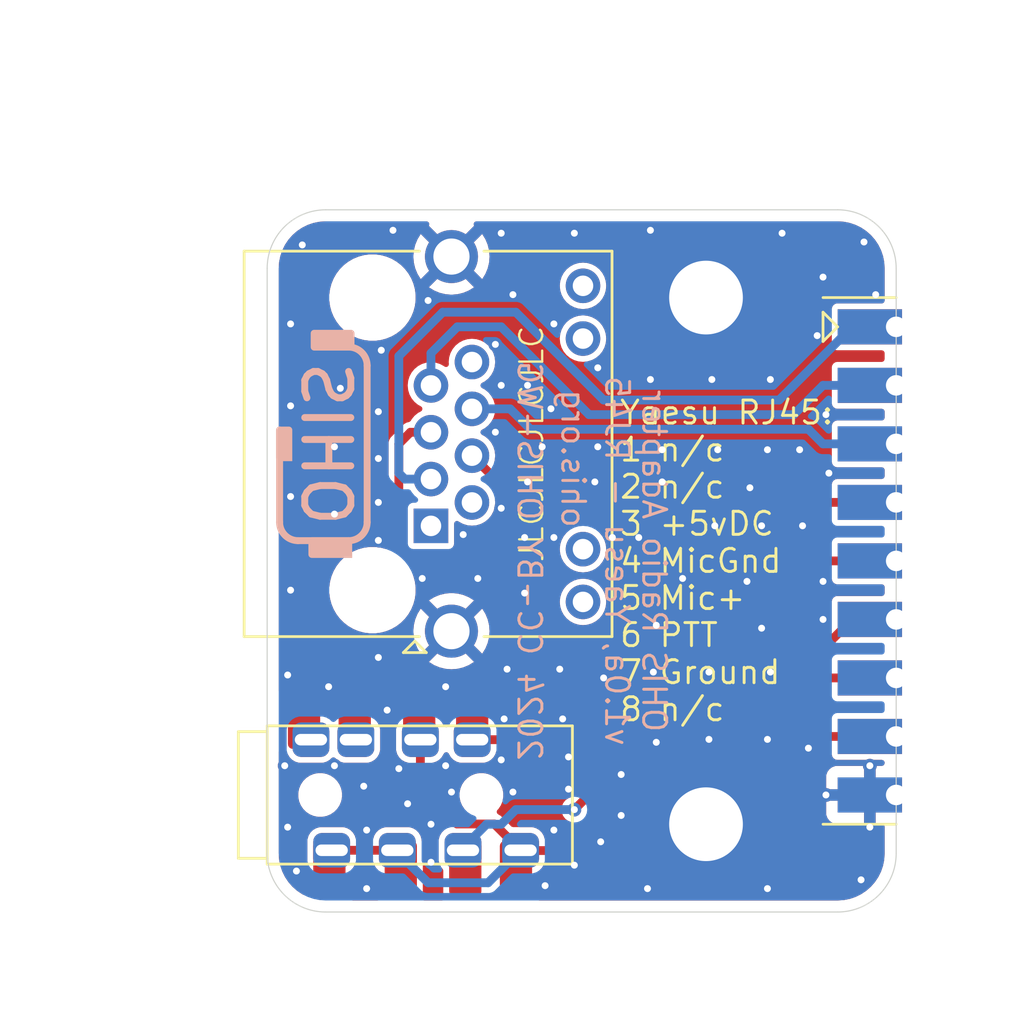
<source format=kicad_pcb>
(kicad_pcb (version 20240108) (generator "pcbnew") (generator_version "8.0")
  (layers (0 "F.Cu" signal) (31 "B.Cu" signal) (34 "B.Paste" user) (35 "F.Paste" user) (36 "B.SilkS" user "B.Silkscreen") (37 "F.SilkS" user "F.Silkscreen") (38 "B.Mask" user) (39 "F.Mask" user) (44 "Edge.Cuts" user))
  (net 0 "")
  (net 1 "Shield")
  (net 2 "+5v 10mA")
  (net 3 "Mic Gnd")
  (net 4 "~{PTT}")
  (net 5 "Power Gnd")
  (net 7 "Fast")
  (net 8 "Down")
  (net 10 "Up")
  (net 11 "Mic+")
  (net 14 "HP Right")
  (net 15 "HP Left")
  (net 16 "HP Gnd")
  (footprint "Libraries:Conn_B2B-RA_2.54mm_Castelated_9pin_RtoL" (layer "F.Cu") (at 90.805 78.74 90)
    (property "Reference" "J2" (hide yes))
    (property "Value" "Base Board")
    (fp_line (start 10.795 -3.175) (end 9.525 -3.175) (stroke (width 0.12)) (layer "F.SilkS"))
    (fp_line (start 9.525 -3.175) (end 10.16 -2.54) (stroke (width 0.12)) (layer "F.SilkS"))
    (fp_line (start 10.16 -2.54) (end 10.795 -3.175) (stroke (width 0.12)) (layer "F.SilkS"))
    (fp_line (start 11.43 0) (end 11.43 -3.175) (stroke (width 0.12)) (layer "F.SilkS"))
    (fp_line (start -11.43 0) (end -11.43 -3.175) (stroke (width 0.12)) (layer "F.SilkS"))
    (pad "1" thru_hole rect (at 10.16 0 90) (size 1.524 2.794) (drill 0.889 (offset 0 -1.143)) (layers "*.Cu" "*.Mask") (net 2 "+5v 10mA"))
    (pad "2" thru_hole rect (at 7.62 0 90) (size 1.524 2.794) (drill 0.889 (offset 0 -1.143)) (layers "*.Cu" "*.Mask") (net 5 "Power Gnd"))
    (pad "3" thru_hole rect (at 5.08 0 90) (size 1.524 2.794) (drill 0.889 (offset 0 -1.143)) (layers "*.Cu" "*.Mask") (net 4 "~{PTT}"))
    (pad "4" thru_hole rect (at 2.54 0 90) (size 1.524 2.794) (drill 0.889 (offset 0 -1.143)) (layers "*.Cu" "*.Mask") (net 3 "Mic Gnd"))
    (pad "5" thru_hole rect (at 0 0 90) (size 1.524 2.794) (drill 0.889 (offset 0 -1.143)) (layers "*.Cu" "*.Mask") (net 11 "Mic+"))
    (pad "6" thru_hole rect (at -2.54 0 90) (size 1.524 2.794) (drill 0.889 (offset 0 -1.143)) (layers "*.Cu" "*.Mask") (net 15 "HP Left"))
    (pad "7" thru_hole rect (at -5.08 0 90) (size 1.524 2.794) (drill 0.889 (offset 0 -1.143)) (layers "*.Cu" "*.Mask") (net 14 "HP Right"))
    (pad "8" thru_hole rect (at -7.62 0 90) (size 1.524 2.794) (drill 0.889 (offset 0 -1.143)) (layers "*.Cu" "*.Mask") (net 16 "HP Gnd"))
    (pad "9" thru_hole rect (at -10.16 0 90) (size 1.524 2.794) (drill 0.889 (offset 0 -1.143)) (layers "*.Cu" "*.Mask") (net 1 "Shield"))
  )
  (footprint "MountingHole:MountingHole_3.2mm_M3_Pad" (layer "F.Cu") (at 82.55 90.17)
    (property "Reference" "H2" (hide yes))
    (property "Value" "MountingHole_Pad")
    (pad "1" thru_hole circle (at 0 0) (size 6.4 6.4) (drill 3.2) (layers "*.Cu" "*.Mask") (net 1 "Shield"))
  )
  (footprint "MountingHole:MountingHole_3.2mm_M3_Pad" (layer "F.Cu") (at 82.55 67.31)
    (property "Reference" "H1" (hide yes))
    (property "Value" "MountingHole_Pad")
    (pad "1" thru_hole circle (at 0 0) (size 6.4 6.4) (drill 3.2) (layers "*.Cu" "*.Mask") (net 1 "Shield"))
  )
  (footprint "Connector_RJ:RJ45_Amphenol_RJHSE538X" (layer "F.Cu") (at 70.61 77.22 90)
    (property "Reference" "J1" (hide yes))
    (property "Value" "Mic Input")
    (fp_line (start 11.925 -8.11) (end 11.925 -0.5) (stroke (width 0.12)) (layer "F.SilkS"))
    (fp_line (start -4.805 -8.11) (end 11.925 -8.11) (stroke (width 0.12)) (layer "F.SilkS"))
    (fp_line (start -4.805 -8.11) (end -4.805 -0.5) (stroke (width 0.12)) (layer "F.SilkS"))
    (fp_line (start -5.5 -1.2) (end -5 -0.7) (stroke (width 0.12)) (layer "F.SilkS"))
    (fp_line (start -5 -0.7) (end -5.5 -0.2) (stroke (width 0.12)) (layer "F.SilkS"))
    (fp_line (start -5.5 -0.2) (end -5.5 -1.2) (stroke (width 0.12)) (layer "F.SilkS"))
    (fp_line (start 11.925 7.86) (end 11.925 2.3) (stroke (width 0.12)) (layer "F.SilkS"))
    (fp_line (start -4.805 7.86) (end -4.805 2.3) (stroke (width 0.12)) (layer "F.SilkS"))
    (fp_line (start -4.805 7.86) (end 11.925 7.86) (stroke (width 0.12)) (layer "F.SilkS"))
    (pad "" np_thru_hole circle (at -2.79 -2.54 90) (size 3.25 3.25) (drill 3.25) (layers "*.Cu" "*.Mask"))
    (pad "" np_thru_hole circle (at 9.91 -2.54 90) (size 3.25 3.25) (drill 3.25) (layers "*.Cu" "*.Mask"))
    (pad "1" thru_hole rect (at 0 0 90) (size 1.5 1.5) (drill 0.89) (layers "*.Cu" "*.Mask") (net 8 "Down"))
    (pad "2" thru_hole circle (at 1.016 1.78 90) (size 1.5 1.5) (drill 0.89) (layers "*.Cu" "*.Mask") (net 10 "Up"))
    (pad "3" thru_hole circle (at 2.032 0 90) (size 1.5 1.5) (drill 0.89) (layers "*.Cu" "*.Mask") (net 2 "+5v 10mA"))
    (pad "4" thru_hole circle (at 3.048 1.78 90) (size 1.5 1.5) (drill 0.89) (layers "*.Cu" "*.Mask") (net 3 "Mic Gnd"))
    (pad "5" thru_hole circle (at 4.064 0 90) (size 1.5 1.5) (drill 0.89) (layers "*.Cu" "*.Mask") (net 11 "Mic+"))
    (pad "6" thru_hole circle (at 5.08 1.78 90) (size 1.5 1.5) (drill 0.89) (layers "*.Cu" "*.Mask") (net 4 "~{PTT}"))
    (pad "7" thru_hole circle (at 6.096 0 90) (size 1.5 1.5) (drill 0.89) (layers "*.Cu" "*.Mask") (net 5 "Power Gnd"))
    (pad "8" thru_hole circle (at 7.112 1.78 90) (size 1.5 1.5) (drill 0.89) (layers "*.Cu" "*.Mask") (net 7 "Fast"))
    (pad "9" thru_hole circle (at -3.3 6.6 90) (size 1.5 1.5) (drill 0.89) (layers "*.Cu" "*.Mask"))
    (pad "10" thru_hole circle (at -1.01 6.6 90) (size 1.5 1.5) (drill 0.89) (layers "*.Cu" "*.Mask"))
    (pad "11" thru_hole circle (at 8.13 6.6 90) (size 1.5 1.5) (drill 0.89) (layers "*.Cu" "*.Mask"))
    (pad "12" thru_hole circle (at 10.42 6.6 90) (size 1.5 1.5) (drill 0.89) (layers "*.Cu" "*.Mask"))
    (pad "SH" thru_hole circle (at -4.57 0.89 90) (size 2.3 2.3) (drill 1.57) (layers "*.Cu" "*.Mask") (net 1 "Shield"))
    (pad "SH" thru_hole circle (at 11.69 0.89 90) (size 2.3 2.3) (drill 1.57) (layers "*.Cu" "*.Mask") (net 1 "Shield"))
  )
  (footprint "Libraries:Conn_3.5mm-PJ-393_SMT-C668609_TH-C145811" (layer "F.Cu") (at 63.5 88.9 -90)
    (property "Reference" "J3" (hide yes))
    (property "Value" "Headphone/Speaker Input")
    (fp_line (start -2.75 1.25) (end 2.75 1.25) (stroke (width 0.12)) (layer "F.SilkS"))
    (fp_line (start 2.75 1.25) (end 2.75 0) (stroke (width 0.12)) (layer "F.SilkS"))
    (fp_line (start -3 0) (end 3 0) (stroke (width 0.12)) (layer "F.SilkS"))
    (fp_line (start -2.75 0) (end -2.75 1.25) (stroke (width 0.12)) (layer "F.SilkS"))
    (fp_line (start 3 0) (end 3 -13.25) (stroke (width 0.12)) (layer "F.SilkS"))
    (fp_line (start -3 -13.25) (end -3 0) (stroke (width 0.12)) (layer "F.SilkS"))
    (fp_line (start 3 -13.25) (end -3 -13.25) (stroke (width 0.12)) (layer "F.SilkS"))
    (pad "" np_thru_hole circle (at 0 -9.3 270) (size 1.2 1.2) (drill 1.4) (layers "F&B.Cu" "*.Mask"))
    (pad "" np_thru_hole circle (at 0 -2.3 270) (size 1.2 1.2) (drill 1.4) (layers "F&B.Cu" "*.Mask"))
    (pad "R1" thru_hole roundrect (at 2.4 -8.5 270) (size 1.5 1.6) (drill oval 0.5 1.4) (layers "*.Cu" "*.Mask") (net 14 "HP Right"))
    (pad "R1" smd roundrect (at 3.2 -8.6 270) (size 2.4 1.4) (layers "F.Cu" "F.Paste" "F.Mask") (roundrect_rratio 0.15) (net 14 "HP Right"))
    (pad "R1N" smd roundrect (at -3.2 -6.6 270) (size 2.4 1.4) (layers "F.Cu" "F.Paste" "F.Mask") (roundrect_rratio 0.15) (net 16 "HP Gnd"))
    (pad "R1N" thru_hole roundrect (at -2.4 -6.65 270) (size 1.5 1.6) (drill oval 0.5 1.4) (layers "*.Cu" "*.Mask") (net 16 "HP Gnd"))
    (pad "R2" thru_hole roundrect (at 2.4 -5.65 270) (size 1.5 1.6) (drill oval 0.5 1.4) (layers "*.Cu" "*.Mask") (net 16 "HP Gnd"))
    (pad "R2" smd roundrect (at 3.2 -5.8 270) (size 2.4 1.4) (layers "F.Cu" "F.Paste" "F.Mask") (roundrect_rratio 0.15) (net 16 "HP Gnd"))
    (pad "R2N" smd roundrect (at -3.2 -3.8 270) (size 2.4 1.4) (layers "F.Cu" "F.Paste" "F.Mask") (roundrect_rratio 0.15))
    (pad "R2N" thru_hole roundrect (at -2.4 -3.85 270) (size 1.5 1.6) (drill oval 0.5 1.4) (layers "*.Cu" "*.Mask"))
    (pad "S" thru_hole roundrect (at 2.4 -2.8 270) (size 1.5 1.6) (drill oval 0.5 1.4) (layers "*.Cu" "*.Mask") (net 16 "HP Gnd"))
    (pad "S" smd roundrect (at 3.2 -2.7 270) (size 2.4 1.4) (layers "F.Cu" "F.Paste" "F.Mask") (roundrect_rratio 0.15) (net 16 "HP Gnd"))
    (pad "SN" smd roundrect (at -3.2 -1.6 270) (size 2.4 1.4) (layers "F.Cu" "F.Paste" "F.Mask") (roundrect_rratio 0.15))
    (pad "SN" thru_hole roundrect (at -2.4 -1.9 270) (size 1.5 1.6) (drill oval 0.5 1.4) (layers "*.Cu" "*.Mask"))
    (pad "T" smd roundrect (at -3.2 -8.9 270) (size 2.4 1.4) (layers "F.Cu" "F.Paste" "F.Mask") (roundrect_rratio 0.15) (net 15 "HP Left"))
    (pad "T" thru_hole roundrect (at -2.4 -8.9 270) (size 1.5 1.6) (drill oval 0.5 1.4) (layers "*.Cu" "*.Mask") (net 15 "HP Left"))
    (pad "TN" thru_hole roundrect (at 2.4 -11 270) (size 1.5 1.6) (drill oval 0.5 1.4) (layers "*.Cu" "*.Mask") (net 16 "HP Gnd"))
    (pad "TN" smd roundrect (at 3.2 -10.8 270) (size 2.4 1.4) (layers "F.Cu" "F.Paste" "F.Mask") (roundrect_rratio 0.15) (net 16 "HP Gnd"))
  )
  (footprint "OHIS:Logo_OHIS_Medium" (layer "B.Cu") (at 66.04 73.66 90)
    (property "Reference" "G1" (hide yes))
    (property "Value" "Logo_OHIS" (hide yes))
    (fp_line (start -3.400001 -2) (end 0.6 -2) (stroke (width 0.3)) (layer "B.SilkS"))
    (fp_line (start -4.2 1) (end -4.200001 -1.2) (stroke (width 0.3)) (layer "B.SilkS"))
    (fp_line (start -3.4 1.8) (end 3.4 1.8) (stroke (width 0.3)) (layer "B.SilkS"))
    (fp_rect (start -0.6 -1.6) (end 0.6 -2) (stroke (width 0.3)) (fill solid) (layer "B.SilkS"))
    (fp_rect (start -4.8 1) (end -4.2 -0.6) (stroke (width 0.3)) (fill solid) (layer "B.SilkS"))
    (fp_rect (start 4.2 1.1) (end 4.8 -0.5) (stroke (width 0.3)) (fill solid) (layer "B.SilkS"))
    (fp_arc (start -4.200001 -1.2) (mid -3.965686 -1.765685) (end -3.400001 -2) (stroke (width 0.3)) (layer "B.SilkS"))
    (fp_arc (start 4.2 1) (mid 3.965685 1.565685) (end 3.4 1.8) (stroke (width 0.3)) (layer "B.SilkS"))
    (fp_arc (start -3.4 1.8) (mid -3.965685 1.565685) (end -4.2 1) (stroke (width 0.3)) (layer "B.SilkS"))
    (fp_text user "OHIS" (at 0 0 -90) (layer "B.SilkS") (effects (font (size 2 2) (thickness 0.3)) (justify mirror)))
  )
  (gr_arc (start 63.5 66.04) (mid 64.243949 64.243949) (end 66.04 63.5) (stroke (width 0.05)) (layer "Edge.Cuts"))
  (gr_line (start 90.805 66.04) (end 90.805 91.44) (stroke (width 0.05)) (layer "Edge.Cuts"))
  (gr_line (start 63.5 91.44) (end 63.5 66.04) (stroke (width 0.05)) (layer "Edge.Cuts"))
  (gr_arc (start 88.265 63.5) (mid 90.061051 64.243949) (end 90.805 66.04) (stroke (width 0.05)) (layer "Edge.Cuts"))
  (gr_line (start 66.04 63.5) (end 88.265 63.5) (stroke (width 0.05)) (layer "Edge.Cuts"))
  (gr_arc (start 66.04 93.98) (mid 64.243949 93.236051) (end 63.5 91.44) (stroke (width 0.05)) (layer "Edge.Cuts"))
  (gr_arc (start 90.805 91.44) (mid 90.061051 93.236051) (end 88.265 93.98) (stroke (width 0.05)) (layer "Edge.Cuts"))
  (gr_line (start 88.265 93.98) (end 66.04 93.98) (stroke (width 0.05)) (layer "Edge.Cuts"))
  (gr_text "ohis.org" (at 76.2 74.295 270) (layer "B.SilkS") (effects (font (size 1 1) (thickness 0.127)) (justify bottom mirror)))
  (gr_text "OHIS Radio Adapter\nv1.0a, Yaesu - RJ45\n" (at 78.105 78.74 270) (layer "B.SilkS") (effects (font (size 1 1) (thickness 0.127)) (justify bottom mirror)))
  (gr_text "2024 CC-BY OHIS-WG" (at 74.295 78.74 270) (layer "B.SilkS") (effects (font (size 1 1) (thickness 0.127)) (justify bottom mirror)))
  (gr_text "JLCJLCJLCJLC" (at 75.565 73.66 -270) (layer "F.SilkS") (effects (font (size 1 1) (thickness 0.1)) (justify bottom)))
  (gr_text "Yaesu RJ45:\n1 n/c\n2 n/c\n3 +5vDC\n4 MicGnd\n5 Mic+\n6 PTT\n7 Ground\n8 n/c" (at 78.74 78.74 0) (layer "F.SilkS") (effects (font (size 1 1) (thickness 0.127)) (justify left)))
  (via (at 80.645 73.914) (size 0.6) (drill 0.3) (layers "F.Cu" "B.Cu") (net 1))
  (via (at 75.946 77.724) (size 0.6) (drill 0.3) (layers "F.Cu" "B.Cu") (net 1))
  (via (at 87.884 74.93) (size 0.6) (drill 0.3) (layers "F.Cu" "B.Cu") (net 1))
  (via (at 68.961 64.389) (size 0.6) (drill 0.3) (layers "F.Cu" "B.Cu") (net 1))
  (via (at 73.787 85.598) (size 0.6) (drill 0.3) (layers "F.Cu" "B.Cu") (net 1))
  (via (at 79.629 77.724) (size 0.6) (drill 0.3) (layers "F.Cu" "B.Cu") (net 1))
  (via (at 74.803 75.311) (size 0.6) (drill 0.3) (layers "F.Cu" "B.Cu") (net 1))
  (via (at 84.963 77.216) (size 0.6) (drill 0.3) (layers "F.Cu" "B.Cu") (net 1))
  (via (at 75.565 92.837) (size 0.6) (drill 0.3) (layers "F.Cu" "B.Cu") (net 1))
  (via (at 64.516 72.009) (size 0.6) (drill 0.3) (layers "F.Cu" "B.Cu") (net 1))
  (via (at 74.676 80.137) (size 0.6) (drill 0.3) (layers "F.Cu" "B.Cu") (net 1))
  (via (at 74.168 67.183) (size 0.6) (drill 0.3) (layers "F.Cu" "B.Cu") (net 1))
  (via (at 87.63 66.421) (size 0.6) (drill 0.3) (layers "F.Cu" "B.Cu") (net 1))
  (via (at 89.916 67.183) (size 0.6) (drill 0.3) (layers "F.Cu" "B.Cu") (net 1))
  (via (at 64.516 75.946) (size 0.6) (drill 0.3) (layers "F.Cu" "B.Cu") (net 1))
  (via (at 86.614 73.914) (size 0.6) (drill 0.3) (layers "F.Cu" "B.Cu") (net 1))
  (via (at 64.389 83.693) (size 0.6) (drill 0.3) (layers "F.Cu" "B.Cu") (net 1))
  (via (at 68.326 74.295) (size 0.6) (drill 0.3) (layers "F.Cu" "B.Cu") (net 1))
  (via (at 65.024 65.024) (size 0.6) (drill 0.3) (layers "F.Cu" "B.Cu") (net 1))
  (via (at 77.851 73.787) (size 0.6) (drill 0.3) (layers "F.Cu" "B.Cu") (net 1))
  (via (at 73.66 76.454) (size 0.6) (drill 0.3) (layers "F.Cu" "B.Cu") (net 1))
  (via (at 74.676 77.724) (size 0.6) (drill 0.3) (layers "F.Cu" "B.Cu") (net 1))
  (via (at 71.247 84.201) (size 0.6) (drill 0.3) (layers "F.Cu" "B.Cu") (net 1))
  (via (at 74.803 71.12) (size 0.6) (drill 0.3) (layers "F.Cu" "B.Cu") (net 1))
  (via (at 87.757 72.39) (size 0.6) (drill 0.3) (layers "F.Cu" "B.Cu") (net 1))
  (via (at 85.217 86.487) (size 0.6) (drill 0.3) (layers "F.Cu" "B.Cu") (net 1))
  (via (at 80.391 86.614) (size 0.6) (drill 0.3) (layers "F.Cu" "B.Cu") (net 1))
  (via (at 75.819 72.136) (size 0.6) (drill 0.3) (layers "F.Cu" "B.Cu") (net 1))
  (via (at 82.931 77.216) (size 0.6) (drill 0.3) (layers "F.Cu" "B.Cu") (net 1))
  (via (at 78.867 89.789) (size 0.6) (drill 0.3) (layers "F.Cu" "B.Cu") (net 1))
  (via (at 85.217 73.914) (size 0.6) (drill 0.3) (layers "F.Cu" "B.Cu") (net 1))
  (via (at 66.421 87.63) (size 0.6) (drill 0.3) (layers "F.Cu" "B.Cu") (net 1))
  (via (at 77.724 75.311) (size 0.6) (drill 0.3) (layers "F.Cu" "B.Cu") (net 1))
  (via (at 76.581 88.646) (size 0.6) (drill 0.3) (layers "F.Cu" "B.Cu") (net 1))
  (via (at 68.326 82.931) (size 0.6) (drill 0.3) (layers "F.Cu" "B.Cu") (net 1))
  (via (at 75.946 68.453) (size 0.6) (drill 0.3) (layers "F.Cu" "B.Cu") (net 1))
  (via (at 64.516 80.01) (size 0.6) (drill 0.3) (layers "F.Cu" "B.Cu") (net 1))
  (via (at 67.691 88.519) (size 0.6) (drill 0.3) (layers "F.Cu" "B.Cu") (net 1))
  (via (at 76.2 83.439) (size 0.6) (drill 0.3) (layers "F.Cu" "B.Cu") (net 1))
  (via (at 68.326 72.263) (size 0.6) (drill 0.3) (layers "F.Cu" "B.Cu") (net 1))
  (via (at 80.137 64.389) (size 0.6) (drill 0.3) (layers "F.Cu" "B.Cu") (net 1))
  (via (at 83.058 73.914) (size 0.6) (drill 0.3) (layers "F.Cu" "B.Cu") (net 1))
  (via (at 89.281 92.583) (size 0.6) (drill 0.3) (layers "F.Cu" "B.Cu") (net 1))
  (via (at 71.247 87.63) (size 0.6) (drill 0.3) (layers "F.Cu" "B.Cu") (net 1))
  (via (at 66.421 76.708) (size 0.6) (drill 0.3) (layers "F.Cu" "B.Cu") (net 1))
  (via (at 84.963 81.661) (size 0.6) (drill 0.3) (layers "F.Cu" "B.Cu") (net 1))
  (via (at 64.262 87.63) (size 0.6) (drill 0.3) (layers "F.Cu" "B.Cu") (net 1))
  (via (at 66.675 71.247) (size 0.6) (drill 0.3) (layers "F.Cu" "B.Cu") (net 1))
  (via (at 70.231 79.502) (size 0.6) (drill 0.3) (layers "F.Cu" "B.Cu") (net 1))
  (via (at 81.534 79.502) (size 0.6) (drill 0.3) (layers "F.Cu" "B.Cu") (net 1))
  (via (at 85.344 70.866) (size 0.6) (drill 0.3) (layers "F.Cu" "B.Cu") (net 1))
  (via (at 75.438 73.787) (size 0.6) (drill 0.3) (layers "F.Cu" "B.Cu") (net 1))
  (via (at 77.978 90.932) (size 0.6) (drill 0.3) (layers "F.Cu" "B.Cu") (net 1))
  (via (at 73.406 73.152) (size 0.6) (drill 0.3) (layers "F.Cu" "B.Cu") (net 1))
  (via (at 66.167 84.201) (size 0.6) (drill 0.3) (layers "F.Cu" "B.Cu") (net 1))
  (via (at 87.63 81.28) (size 0.6) (drill 0.3) (layers "F.Cu" "B.Cu") (net 1))
  (via (at 64.516 68.453) (size 0.6) (drill 0.3) (layers "F.Cu" "B.Cu") (net 1))
  (via (at 66.421 73.787) (size 0.6) (drill 0.3) (layers "F.Cu" "B.Cu") (net 1))
  (via (at 69.596 89.281) (size 0.6) (drill 0.3) (layers "F.Cu" "B.Cu") (net 1))
  (via (at 69.215 87.757) (size 0.6) (drill 0.3) (layers "F.Cu" "B.Cu") (net 1))
  (via (at 68.326 77.851) (size 0.6) (drill 0.3) (layers "F.Cu" "B.Cu") (net 1))
  (via (at 70.612 90.17) (size 0.6) (drill 0.3) (layers "F.Cu" "B.Cu") (net 1))
  (via (at 78.486 77.724) (size 0.6) (drill 0.3) (layers "F.Cu" "B.Cu") (net 1))
  (via (at 70.612 91.821) (size 0.6) (drill 0.3) (layers "F.Cu" "B.Cu") (net 1))
  (via (at 74.168 88.773) (size 0.6) (drill 0.3) (layers "F.Cu" "B.Cu") (net 1))
  (via (at 80.264 83.566) (size 0.6) (drill 0.3) (layers "F.Cu" "B.Cu") (net 1))
  (via (at 64.77 92.202) (size 0.6) (drill 0.3) (layers "F.Cu" "B.Cu") (net 1))
  (via (at 82.677 83.566) (size 0.6) (drill 0.3) (layers "F.Cu" "B.Cu") (net 1))
  (via (at 89.408 64.897) (size 0.6) (drill 0.3) (layers "F.Cu" "B.Cu") (net 1))
  (via (at 76.835 91.948) (size 0.6) (drill 0.3) (layers "F.Cu" "B.Cu") (net 1))
  (via (at 80.137 70.866) (size 0.6) (drill 0.3) (layers "F.Cu" "B.Cu") (net 1))
  (via (at 84.455 75.565) (size 0.6) (drill 0.3) (layers "F.Cu" "B.Cu") (net 1))
  (via (at 68.707 85.217) (size 0.6) (drill 0.3) (layers "F.Cu" "B.Cu") (net 1))
  (via (at 87.376 68.961) (size 0.6) (drill 0.3) (layers "F.Cu" "B.Cu") (net 1))
  (via (at 86.995 86.868) (size 0.6) (drill 0.3) (layers "F.Cu" "B.Cu") (net 1))
  (via (at 80.391 81.534) (size 0.6) (drill 0.3) (layers "F.Cu" "B.Cu") (net 1))
  (via (at 80.01 92.964) (size 0.6) (drill 0.3) (layers "F.Cu" "B.Cu") (net 1))
  (via (at 67.818 90.424) (size 0.6) (drill 0.3) (layers "F.Cu" "B.Cu") (net 1))
  (via (at 72.009 77.597) (size 0.6) (drill 0.3) (layers "F.Cu" "B.Cu") (net 1))
  (via (at 72.644 79.502) (size 0.6) (drill 0.3) (layers "F.Cu" "B.Cu") (net 1))
  (via (at 64.389 90.297) (size 0.6) (drill 0.3) (layers "F.Cu" "B.Cu") (net 1))
  (via (at 75.946 90.424) (size 0.6) (drill 0.3) (layers "F.Cu" "B.Cu") (net 1))
  (via (at 78.867 88.011) (size 0.6) (drill 0.3) (layers "F.Cu" "B.Cu") (net 1))
  (via (at 73.406 69.342) (size 0.6) (drill 0.3) (layers "F.Cu" "B.Cu") (net 1))
  (via (at 71.501 88.773) (size 0.6) (drill 0.3) (layers "F.Cu" "B.Cu") (net 1))
  (via (at 70.485 67.437) (size 0.6) (drill 0.3) (layers "F.Cu" "B.Cu") (net 1))
  (via (at 73.914 83.439) (size 0.6) (drill 0.3) (layers "F.Cu" "B.Cu") (net 1))
  (via (at 84.328 79.629) (size 0.6) (drill 0.3) (layers "F.Cu" "B.Cu") (net 1))
  (via (at 73.66 71.12) (size 0.6) (drill 0.3) (layers "F.Cu" "B.Cu") (net 1))
  (via (at 77.851 70.358) (size 0.6) (drill 0.3) (layers "F.Cu" "B.Cu") (net 1))
  (via (at 87.757 88.9) (size 0.6) (drill 0.3) (layers "F.Cu" "B.Cu") (net 1))
  (via (at 76.835 64.516) (size 0.6) (drill 0.3) (layers "F.Cu" "B.Cu") (net 1))
  (via (at 76.581 87.249) (size 0.6) (drill 0.3) (layers "F.Cu" "B.Cu") (net 1))
  (via (at 68.453 69.596) (size 0.6) (drill 0.3) (layers "F.Cu" "B.Cu") (net 1))
  (via (at 87.63 79.629) (size 0.6) (drill 0.3) (layers "F.Cu" "B.Cu") (net 1))
  (via (at 89.662 90.297) (size 0.6) (drill 0.3) (layers "F.Cu" "B.Cu") (net 1))
  (via (at 68.326 76.2) (size 0.6) (drill 0.3) (layers "F.Cu" "B.Cu") (net 1))
  (via (at 82.677 86.487) (size 0.6) (drill 0.3) (layers "F.Cu" "B.Cu") (net 1))
  (via (at 85.217 92.964) (size 0.6) (drill 0.3) (layers "F.Cu" "B.Cu") (net 1))
  (via (at 85.852 64.516) (size 0.6) (drill 0.3) (layers "F.Cu" "B.Cu") (net 1))
  (via (at 85.344 83.566) (size 0.6) (drill 0.3) (layers "F.Cu" "B.Cu") (net 1))
  (via (at 73.66 64.516) (size 0.6) (drill 0.3) (layers "F.Cu" "B.Cu") (net 1))
  (via (at 82.804 70.866) (size 0.6) (drill 0.3) (layers "F.Cu" "B.Cu") (net 1))
  (via (at 76.327 85.598) (size 0.6) (drill 0.3) (layers "F.Cu" "B.Cu") (net 1))
  (via (at 80.645 75.311) (size 0.6) (drill 0.3) (layers "F.Cu" "B.Cu") (net 1))
  (via (at 86.741 77.216) (size 0.6) (drill 0.3) (layers "F.Cu" "B.Cu") (net 1))
  (via (at 89.662 87.63) (size 0.6) (drill 0.3) (layers "F.Cu" "B.Cu") (net 1))
  (via (at 73.66 87.376) (size 0.6) (drill 0.3) (layers "F.Cu" "B.Cu") (net 1))
  (via (at 67.818 92.964) (size 0.6) (drill 0.3) (layers "F.Cu" "B.Cu") (net 1))
  (via (at 78.105 83.82) (size 0.6) (drill 0.3) (layers "F.Cu" "B.Cu") (net 1))
  (segment (start 69.473 75.188) (end 69.215 74.93) (width 0.381) (layer "B.Cu") (net 2))
  (segment (start 69.215 74.93) (end 69.215 69.85) (width 0.381) (layer "B.Cu") (net 2))
  (segment (start 85.725 71.755) (end 88.9 68.58) (width 0.381) (layer "B.Cu") (net 2))
  (segment (start 88.9 68.58) (end 90.1145 68.58) (width 0.381) (layer "B.Cu") (net 2))
  (segment (start 78.105 71.755) (end 85.725 71.755) (width 0.381) (layer "B.Cu") (net 2))
  (segment (start 69.215 69.85) (end 71.12 67.945) (width 0.381) (layer "B.Cu") (net 2))
  (segment (start 71.12 67.945) (end 74.295 67.945) (width 0.381) (layer "B.Cu") (net 2))
  (segment (start 70.61 75.188) (end 69.473 75.188) (width 0.381) (layer "B.Cu") (net 2))
  (segment (start 74.295 67.945) (end 78.105 71.755) (width 0.381) (layer "B.Cu") (net 2))
  (segment (start 74.418 76.2) (end 80.645 76.2) (width 0.381) (layer "F.Cu") (net 3))
  (segment (start 87.63 78.105) (end 87.63 76.2) (width 0.381) (layer "F.Cu") (net 3))
  (segment (start 80.645 76.2) (end 82.55 78.105) (width 0.381) (layer "F.Cu") (net 3))
  (segment (start 82.55 78.105) (end 87.63 78.105) (width 0.381) (layer "F.Cu") (net 3))
  (segment (start 87.63 76.2) (end 90.1145 76.2) (width 0.381) (layer "F.Cu") (net 3))
  (segment (start 72.39 74.172) (end 74.418 76.2) (width 0.381) (layer "F.Cu") (net 3))
  (segment (start 86.995 73.025) (end 87.63 73.66) (width 0.381) (layer "B.Cu") (net 4))
  (segment (start 87.63 73.66) (end 90.1145 73.66) (width 0.381) (layer "B.Cu") (net 4))
  (segment (start 72.39 72.14) (end 74.045 72.14) (width 0.381) (layer "B.Cu") (net 4))
  (segment (start 74.93 73.025) (end 86.995 73.025) (width 0.381) (layer "B.Cu") (net 4))
  (segment (start 74.045 72.14) (end 74.93 73.025) (width 0.381) (layer "B.Cu") (net 4))
  (segment (start 70.61 71.124) (end 70.61 69.725) (width 0.381) (layer "B.Cu") (net 5))
  (segment (start 71.755 68.58) (end 73.66 68.58) (width 0.381) (layer "B.Cu") (net 5))
  (segment (start 73.66 68.58) (end 77.47 72.39) (width 0.381) (layer "B.Cu") (net 5))
  (segment (start 87.63 71.12) (end 90.1145 71.12) (width 0.381) (layer "B.Cu") (net 5))
  (segment (start 77.47 72.39) (end 86.36 72.39) (width 0.381) (layer "B.Cu") (net 5))
  (segment (start 70.61 69.725) (end 71.755 68.58) (width 0.381) (layer "B.Cu") (net 5))
  (segment (start 86.36 72.39) (end 87.63 71.12) (width 0.381) (layer "B.Cu") (net 5))
  (segment (start 80.01 76.835) (end 81.915 78.74) (width 0.381) (layer "F.Cu") (net 11))
  (segment (start 72.39 78.74) (end 74.295 76.835) (width 0.381) (layer "F.Cu") (net 11))
  (segment (start 70.61 73.156) (end 69.719 73.156) (width 0.381) (layer "F.Cu") (net 11))
  (segment (start 81.915 78.74) (end 90.1145 78.74) (width 0.381) (layer "F.Cu") (net 11))
  (segment (start 69.849 78.74) (end 72.39 78.74) (width 0.381) (layer "F.Cu") (net 11))
  (segment (start 69.215 78.106) (end 69.849 78.74) (width 0.381) (layer "F.Cu") (net 11))
  (segment (start 69.215 73.66) (end 69.215 78.106) (width 0.381) (layer "F.Cu") (net 11))
  (segment (start 69.719 73.156) (end 69.215 73.66) (width 0.381) (layer "F.Cu") (net 11))
  (segment (start 74.295 76.835) (end 80.01 76.835) (width 0.381) (layer "F.Cu") (net 11))
  (segment (start 87.63 83.82) (end 89.662 83.82) (width 0.381) (layer "F.Cu") (net 14))
  (segment (start 77.47 88.9) (end 77.47 86.995) (width 0.381) (layer "F.Cu") (net 14))
  (segment (start 77.47 86.995) (end 79.375 85.09) (width 0.381) (layer "F.Cu") (net 14))
  (segment (start 86.36 85.09) (end 87.63 83.82) (width 0.381) (layer "F.Cu") (net 14))
  (segment (start 76.835 89.535) (end 77.47 88.9) (width 0.381) (layer "F.Cu") (net 14))
  (segment (start 79.375 85.09) (end 86.36 85.09) (width 0.381) (layer "F.Cu") (net 14))
  (via (at 76.835 89.535) (size 0.6) (drill 0.3) (layers "F.Cu" "B.Cu") (net 14))
  (segment (start 73.025 90.17) (end 72 91.195) (width 0.381) (layer "B.Cu") (net 14))
  (segment (start 72 91.195) (end 72 91.3) (width 0.381) (layer "B.Cu") (net 14))
  (segment (start 73.66 90.17) (end 73.025 90.17) (width 0.381) (layer "B.Cu") (net 14))
  (segment (start 74.295 89.535) (end 73.66 90.17) (width 0.381) (layer "B.Cu") (net 14))
  (segment (start 76.835 89.535) (end 74.295 89.535) (width 0.381) (layer "B.Cu") (net 14))
  (segment (start 72.4 86.5) (end 76.695 86.5) (width 0.381) (layer "F.Cu") (net 15))
  (segment (start 88.9 81.28) (end 89.662 81.28) (width 0.381) (layer "F.Cu") (net 15))
  (segment (start 85.725 84.455) (end 88.9 81.28) (width 0.381) (layer "F.Cu") (net 15))
  (segment (start 76.695 86.5) (end 78.74 84.455) (width 0.381) (layer "F.Cu") (net 15))
  (segment (start 78.74 84.455) (end 85.725 84.455) (width 0.381) (layer "F.Cu") (net 15))
  (segment (start 74.5 91.3) (end 73.3595 90.1595) (width 0.381) (layer "F.Cu") (net 16))
  (segment (start 71.7445 90.1595) (end 70.15 88.565) (width 0.381) (layer "F.Cu") (net 16))
  (segment (start 86.995 85.725) (end 87.63 86.36) (width 0.381) (layer "F.Cu") (net 16))
  (segment (start 73.3595 90.1595) (end 71.7445 90.1595) (width 0.381) (layer "F.Cu") (net 16))
  (segment (start 80.01 85.725) (end 86.995 85.725) (width 0.381) (layer "F.Cu") (net 16))
  (segment (start 66.3 91.3) (end 69.15 91.3) (width 0.381) (layer "F.Cu") (net 16))
  (segment (start 76.327 91.313) (end 78.105 89.535) (width 0.381) (layer "F.Cu") (net 16))
  (segment (start 78.105 87.63) (end 80.01 85.725) (width 0.381) (layer "F.Cu") (net 16))
  (segment (start 78.105 89.535) (end 78.105 87.63) (width 0.381) (layer "F.Cu") (net 16))
  (segment (start 70.15 88.565) (end 70.15 86.5) (width 0.381) (layer "F.Cu") (net 16))
  (segment (start 74.513 91.313) (end 76.327 91.313) (width 0.381) (layer "F.Cu") (net 16))
  (segment (start 74.5 91.3) (end 74.513 91.313) (width 0.381) (layer "F.Cu") (net 16))
  (segment (start 87.63 86.36) (end 89.662 86.36) (width 0.381) (layer "F.Cu") (net 16))
  (segment (start 73.09 92.71) (end 74.5 91.3) (width 0.381) (layer "B.Cu") (net 16))
  (segment (start 70.485 92.71) (end 69.15 91.375) (width 0.381) (layer "B.Cu") (net 16))
  (segment (start 70.485 92.71) (end 73.09 92.71) (width 0.381) (layer "B.Cu") (net 16))
  (segment (start 69.15 91.375) (end 69.15 91.3) (width 0.381) (layer "B.Cu") (net 16))
  (zone (net 1) (net_name "Shield") (layers "F&B.Cu") (connect_pads (clearance 0.254)) (min_thickness 0.25) (fill yes (thermal_gap 0.5) (thermal_bridge_width 0.5))
    (polygon (pts (xy 62.865 62.865) (xy 91.44 62.865) (xy 91.44 94.615) (xy 62.865 94.615)))
  )
)
</source>
